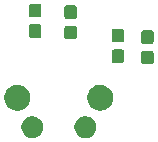
<source format=gbs>
G04 #@! TF.GenerationSoftware,KiCad,Pcbnew,(5.1.6)-1*
G04 #@! TF.CreationDate,2020-08-20T16:01:08-07:00*
G04 #@! TF.ProjectId,Momentary-Power-Toggle,4d6f6d65-6e74-4617-9279-2d506f776572,rev?*
G04 #@! TF.SameCoordinates,Original*
G04 #@! TF.FileFunction,Soldermask,Bot*
G04 #@! TF.FilePolarity,Negative*
%FSLAX46Y46*%
G04 Gerber Fmt 4.6, Leading zero omitted, Abs format (unit mm)*
G04 Created by KiCad (PCBNEW (5.1.6)-1) date 2020-08-20 16:01:08*
%MOMM*%
%LPD*%
G01*
G04 APERTURE LIST*
%ADD10C,0.100000*%
G04 APERTURE END LIST*
D10*
G36*
X84770104Y-86859585D02*
G01*
X84938626Y-86929389D01*
X85090291Y-87030728D01*
X85219272Y-87159709D01*
X85320611Y-87311374D01*
X85390415Y-87479896D01*
X85426000Y-87658797D01*
X85426000Y-87841203D01*
X85390415Y-88020104D01*
X85320611Y-88188626D01*
X85219272Y-88340291D01*
X85090291Y-88469272D01*
X84938626Y-88570611D01*
X84770104Y-88640415D01*
X84591203Y-88676000D01*
X84408797Y-88676000D01*
X84229896Y-88640415D01*
X84061374Y-88570611D01*
X83909709Y-88469272D01*
X83780728Y-88340291D01*
X83679389Y-88188626D01*
X83609585Y-88020104D01*
X83574000Y-87841203D01*
X83574000Y-87658797D01*
X83609585Y-87479896D01*
X83679389Y-87311374D01*
X83780728Y-87159709D01*
X83909709Y-87030728D01*
X84061374Y-86929389D01*
X84229896Y-86859585D01*
X84408797Y-86824000D01*
X84591203Y-86824000D01*
X84770104Y-86859585D01*
G37*
G36*
X89270104Y-86859585D02*
G01*
X89438626Y-86929389D01*
X89590291Y-87030728D01*
X89719272Y-87159709D01*
X89820611Y-87311374D01*
X89890415Y-87479896D01*
X89926000Y-87658797D01*
X89926000Y-87841203D01*
X89890415Y-88020104D01*
X89820611Y-88188626D01*
X89719272Y-88340291D01*
X89590291Y-88469272D01*
X89438626Y-88570611D01*
X89270104Y-88640415D01*
X89091203Y-88676000D01*
X88908797Y-88676000D01*
X88729896Y-88640415D01*
X88561374Y-88570611D01*
X88409709Y-88469272D01*
X88280728Y-88340291D01*
X88179389Y-88188626D01*
X88109585Y-88020104D01*
X88074000Y-87841203D01*
X88074000Y-87658797D01*
X88109585Y-87479896D01*
X88179389Y-87311374D01*
X88280728Y-87159709D01*
X88409709Y-87030728D01*
X88561374Y-86929389D01*
X88729896Y-86859585D01*
X88908797Y-86824000D01*
X89091203Y-86824000D01*
X89270104Y-86859585D01*
G37*
G36*
X90464795Y-84180156D02*
G01*
X90571150Y-84201311D01*
X90671334Y-84242809D01*
X90771520Y-84284307D01*
X90951844Y-84404795D01*
X91105205Y-84558156D01*
X91225693Y-84738480D01*
X91308689Y-84938851D01*
X91351000Y-85151560D01*
X91351000Y-85368440D01*
X91308689Y-85581149D01*
X91225693Y-85781520D01*
X91105205Y-85961844D01*
X90951844Y-86115205D01*
X90771520Y-86235693D01*
X90671334Y-86277191D01*
X90571150Y-86318689D01*
X90464795Y-86339844D01*
X90358440Y-86361000D01*
X90141560Y-86361000D01*
X90035205Y-86339844D01*
X89928850Y-86318689D01*
X89728480Y-86235693D01*
X89548156Y-86115205D01*
X89394795Y-85961844D01*
X89274307Y-85781520D01*
X89191311Y-85581149D01*
X89149000Y-85368440D01*
X89149000Y-85151560D01*
X89191311Y-84938851D01*
X89274307Y-84738480D01*
X89394795Y-84558156D01*
X89548156Y-84404795D01*
X89728480Y-84284307D01*
X89928850Y-84201311D01*
X90035205Y-84180156D01*
X90141560Y-84159000D01*
X90358440Y-84159000D01*
X90464795Y-84180156D01*
G37*
G36*
X83454795Y-84180156D02*
G01*
X83561150Y-84201311D01*
X83661334Y-84242809D01*
X83761520Y-84284307D01*
X83941844Y-84404795D01*
X84095205Y-84558156D01*
X84215693Y-84738480D01*
X84298689Y-84938851D01*
X84341000Y-85151560D01*
X84341000Y-85368440D01*
X84298689Y-85581149D01*
X84215693Y-85781520D01*
X84095205Y-85961844D01*
X83941844Y-86115205D01*
X83761520Y-86235693D01*
X83661334Y-86277191D01*
X83561150Y-86318689D01*
X83454795Y-86339844D01*
X83348440Y-86361000D01*
X83131560Y-86361000D01*
X83025205Y-86339844D01*
X82918850Y-86318689D01*
X82718480Y-86235693D01*
X82538156Y-86115205D01*
X82384795Y-85961844D01*
X82264307Y-85781520D01*
X82181311Y-85581149D01*
X82139000Y-85368440D01*
X82139000Y-85151560D01*
X82181311Y-84938851D01*
X82264307Y-84738480D01*
X82384795Y-84558156D01*
X82538156Y-84404795D01*
X82718480Y-84284307D01*
X82918850Y-84201311D01*
X83025205Y-84180156D01*
X83131560Y-84159000D01*
X83348440Y-84159000D01*
X83454795Y-84180156D01*
G37*
G36*
X94614499Y-81303445D02*
G01*
X94651995Y-81314820D01*
X94686554Y-81333292D01*
X94716847Y-81358153D01*
X94741708Y-81388446D01*
X94760180Y-81423005D01*
X94771555Y-81460501D01*
X94776000Y-81505638D01*
X94776000Y-82244362D01*
X94771555Y-82289499D01*
X94760180Y-82326995D01*
X94741708Y-82361554D01*
X94716847Y-82391847D01*
X94686554Y-82416708D01*
X94651995Y-82435180D01*
X94614499Y-82446555D01*
X94569362Y-82451000D01*
X93930638Y-82451000D01*
X93885501Y-82446555D01*
X93848005Y-82435180D01*
X93813446Y-82416708D01*
X93783153Y-82391847D01*
X93758292Y-82361554D01*
X93739820Y-82326995D01*
X93728445Y-82289499D01*
X93724000Y-82244362D01*
X93724000Y-81505638D01*
X93728445Y-81460501D01*
X93739820Y-81423005D01*
X93758292Y-81388446D01*
X93783153Y-81358153D01*
X93813446Y-81333292D01*
X93848005Y-81314820D01*
X93885501Y-81303445D01*
X93930638Y-81299000D01*
X94569362Y-81299000D01*
X94614499Y-81303445D01*
G37*
G36*
X92114499Y-81178445D02*
G01*
X92151995Y-81189820D01*
X92186554Y-81208292D01*
X92216847Y-81233153D01*
X92241708Y-81263446D01*
X92260180Y-81298005D01*
X92271555Y-81335501D01*
X92276000Y-81380638D01*
X92276000Y-82119362D01*
X92271555Y-82164499D01*
X92260180Y-82201995D01*
X92241708Y-82236554D01*
X92216847Y-82266847D01*
X92186554Y-82291708D01*
X92151995Y-82310180D01*
X92114499Y-82321555D01*
X92069362Y-82326000D01*
X91430638Y-82326000D01*
X91385501Y-82321555D01*
X91348005Y-82310180D01*
X91313446Y-82291708D01*
X91283153Y-82266847D01*
X91258292Y-82236554D01*
X91239820Y-82201995D01*
X91228445Y-82164499D01*
X91224000Y-82119362D01*
X91224000Y-81380638D01*
X91228445Y-81335501D01*
X91239820Y-81298005D01*
X91258292Y-81263446D01*
X91283153Y-81233153D01*
X91313446Y-81208292D01*
X91348005Y-81189820D01*
X91385501Y-81178445D01*
X91430638Y-81174000D01*
X92069362Y-81174000D01*
X92114499Y-81178445D01*
G37*
G36*
X94614499Y-79553445D02*
G01*
X94651995Y-79564820D01*
X94686554Y-79583292D01*
X94716847Y-79608153D01*
X94741708Y-79638446D01*
X94760180Y-79673005D01*
X94771555Y-79710501D01*
X94776000Y-79755638D01*
X94776000Y-80494362D01*
X94771555Y-80539499D01*
X94760180Y-80576995D01*
X94741708Y-80611554D01*
X94716847Y-80641847D01*
X94686554Y-80666708D01*
X94651995Y-80685180D01*
X94614499Y-80696555D01*
X94569362Y-80701000D01*
X93930638Y-80701000D01*
X93885501Y-80696555D01*
X93848005Y-80685180D01*
X93813446Y-80666708D01*
X93783153Y-80641847D01*
X93758292Y-80611554D01*
X93739820Y-80576995D01*
X93728445Y-80539499D01*
X93724000Y-80494362D01*
X93724000Y-79755638D01*
X93728445Y-79710501D01*
X93739820Y-79673005D01*
X93758292Y-79638446D01*
X93783153Y-79608153D01*
X93813446Y-79583292D01*
X93848005Y-79564820D01*
X93885501Y-79553445D01*
X93930638Y-79549000D01*
X94569362Y-79549000D01*
X94614499Y-79553445D01*
G37*
G36*
X92114499Y-79428445D02*
G01*
X92151995Y-79439820D01*
X92186554Y-79458292D01*
X92216847Y-79483153D01*
X92241708Y-79513446D01*
X92260180Y-79548005D01*
X92271555Y-79585501D01*
X92276000Y-79630638D01*
X92276000Y-80369362D01*
X92271555Y-80414499D01*
X92260180Y-80451995D01*
X92241708Y-80486554D01*
X92216847Y-80516847D01*
X92186554Y-80541708D01*
X92151995Y-80560180D01*
X92114499Y-80571555D01*
X92069362Y-80576000D01*
X91430638Y-80576000D01*
X91385501Y-80571555D01*
X91348005Y-80560180D01*
X91313446Y-80541708D01*
X91283153Y-80516847D01*
X91258292Y-80486554D01*
X91239820Y-80451995D01*
X91228445Y-80414499D01*
X91224000Y-80369362D01*
X91224000Y-79630638D01*
X91228445Y-79585501D01*
X91239820Y-79548005D01*
X91258292Y-79513446D01*
X91283153Y-79483153D01*
X91313446Y-79458292D01*
X91348005Y-79439820D01*
X91385501Y-79428445D01*
X91430638Y-79424000D01*
X92069362Y-79424000D01*
X92114499Y-79428445D01*
G37*
G36*
X88114499Y-79178445D02*
G01*
X88151995Y-79189820D01*
X88186554Y-79208292D01*
X88216847Y-79233153D01*
X88241708Y-79263446D01*
X88260180Y-79298005D01*
X88271555Y-79335501D01*
X88276000Y-79380638D01*
X88276000Y-80119362D01*
X88271555Y-80164499D01*
X88260180Y-80201995D01*
X88241708Y-80236554D01*
X88216847Y-80266847D01*
X88186554Y-80291708D01*
X88151995Y-80310180D01*
X88114499Y-80321555D01*
X88069362Y-80326000D01*
X87430638Y-80326000D01*
X87385501Y-80321555D01*
X87348005Y-80310180D01*
X87313446Y-80291708D01*
X87283153Y-80266847D01*
X87258292Y-80236554D01*
X87239820Y-80201995D01*
X87228445Y-80164499D01*
X87224000Y-80119362D01*
X87224000Y-79380638D01*
X87228445Y-79335501D01*
X87239820Y-79298005D01*
X87258292Y-79263446D01*
X87283153Y-79233153D01*
X87313446Y-79208292D01*
X87348005Y-79189820D01*
X87385501Y-79178445D01*
X87430638Y-79174000D01*
X88069362Y-79174000D01*
X88114499Y-79178445D01*
G37*
G36*
X85114499Y-79053445D02*
G01*
X85151995Y-79064820D01*
X85186554Y-79083292D01*
X85216847Y-79108153D01*
X85241708Y-79138446D01*
X85260180Y-79173005D01*
X85271555Y-79210501D01*
X85276000Y-79255638D01*
X85276000Y-79994362D01*
X85271555Y-80039499D01*
X85260180Y-80076995D01*
X85241708Y-80111554D01*
X85216847Y-80141847D01*
X85186554Y-80166708D01*
X85151995Y-80185180D01*
X85114499Y-80196555D01*
X85069362Y-80201000D01*
X84430638Y-80201000D01*
X84385501Y-80196555D01*
X84348005Y-80185180D01*
X84313446Y-80166708D01*
X84283153Y-80141847D01*
X84258292Y-80111554D01*
X84239820Y-80076995D01*
X84228445Y-80039499D01*
X84224000Y-79994362D01*
X84224000Y-79255638D01*
X84228445Y-79210501D01*
X84239820Y-79173005D01*
X84258292Y-79138446D01*
X84283153Y-79108153D01*
X84313446Y-79083292D01*
X84348005Y-79064820D01*
X84385501Y-79053445D01*
X84430638Y-79049000D01*
X85069362Y-79049000D01*
X85114499Y-79053445D01*
G37*
G36*
X88114499Y-77428445D02*
G01*
X88151995Y-77439820D01*
X88186554Y-77458292D01*
X88216847Y-77483153D01*
X88241708Y-77513446D01*
X88260180Y-77548005D01*
X88271555Y-77585501D01*
X88276000Y-77630638D01*
X88276000Y-78369362D01*
X88271555Y-78414499D01*
X88260180Y-78451995D01*
X88241708Y-78486554D01*
X88216847Y-78516847D01*
X88186554Y-78541708D01*
X88151995Y-78560180D01*
X88114499Y-78571555D01*
X88069362Y-78576000D01*
X87430638Y-78576000D01*
X87385501Y-78571555D01*
X87348005Y-78560180D01*
X87313446Y-78541708D01*
X87283153Y-78516847D01*
X87258292Y-78486554D01*
X87239820Y-78451995D01*
X87228445Y-78414499D01*
X87224000Y-78369362D01*
X87224000Y-77630638D01*
X87228445Y-77585501D01*
X87239820Y-77548005D01*
X87258292Y-77513446D01*
X87283153Y-77483153D01*
X87313446Y-77458292D01*
X87348005Y-77439820D01*
X87385501Y-77428445D01*
X87430638Y-77424000D01*
X88069362Y-77424000D01*
X88114499Y-77428445D01*
G37*
G36*
X85114499Y-77303445D02*
G01*
X85151995Y-77314820D01*
X85186554Y-77333292D01*
X85216847Y-77358153D01*
X85241708Y-77388446D01*
X85260180Y-77423005D01*
X85271555Y-77460501D01*
X85276000Y-77505638D01*
X85276000Y-78244362D01*
X85271555Y-78289499D01*
X85260180Y-78326995D01*
X85241708Y-78361554D01*
X85216847Y-78391847D01*
X85186554Y-78416708D01*
X85151995Y-78435180D01*
X85114499Y-78446555D01*
X85069362Y-78451000D01*
X84430638Y-78451000D01*
X84385501Y-78446555D01*
X84348005Y-78435180D01*
X84313446Y-78416708D01*
X84283153Y-78391847D01*
X84258292Y-78361554D01*
X84239820Y-78326995D01*
X84228445Y-78289499D01*
X84224000Y-78244362D01*
X84224000Y-77505638D01*
X84228445Y-77460501D01*
X84239820Y-77423005D01*
X84258292Y-77388446D01*
X84283153Y-77358153D01*
X84313446Y-77333292D01*
X84348005Y-77314820D01*
X84385501Y-77303445D01*
X84430638Y-77299000D01*
X85069362Y-77299000D01*
X85114499Y-77303445D01*
G37*
M02*

</source>
